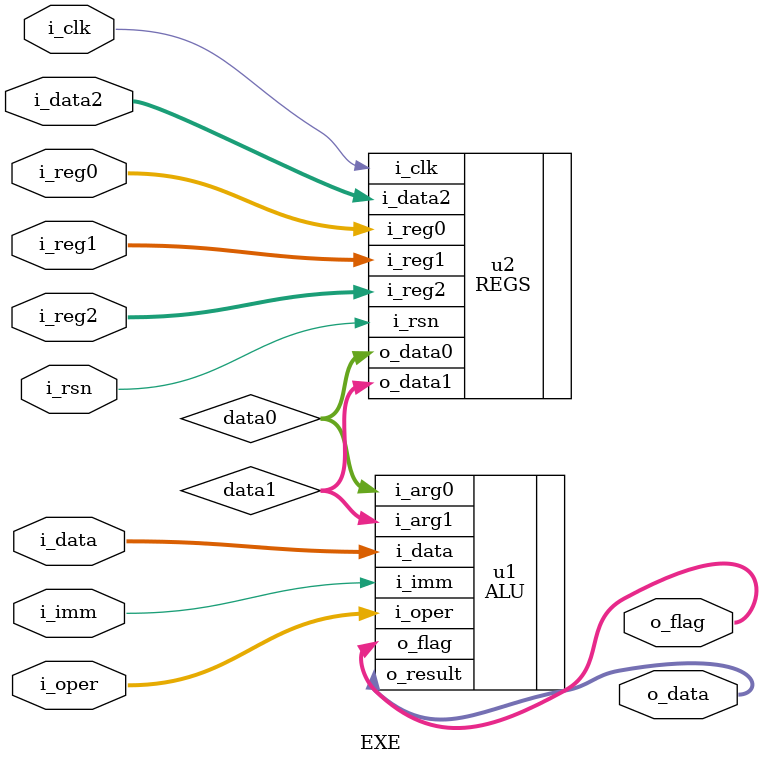
<source format=v>
module EXE (i_oper, i_reg0, i_reg1, i_reg2, i_data2, i_data, i_imm, i_clk, i_rsn, o_flag, o_data);

    input wire [2:0] i_oper;
    input wire [3:0] i_reg0, i_reg1, i_reg2;
    input wire signed [5:0] i_data, i_data2;
    input wire i_imm;
    input wire i_clk;
    input wire i_rsn;

    output signed [5:0] o_data;
    output [3:0] o_flag;

    wire [5:0] data0;
    wire [5:0] data1;

    ALU u1 (.i_arg0(data0),
                .i_arg1(data1),
                .i_oper(i_oper),
                .i_data(i_data),
                .i_imm(i_imm),
                .o_result(o_data),
                .o_flag(o_flag));

    REGS u2 (.i_reg0(i_reg0),
                .i_reg1(i_reg1),
                .i_reg2(i_reg2),
                .i_data2(i_data2),
                .i_clk(i_clk),
                .i_rsn(i_rsn),
                .o_data0(data0),
                .o_data1(data1));

endmodule
</source>
